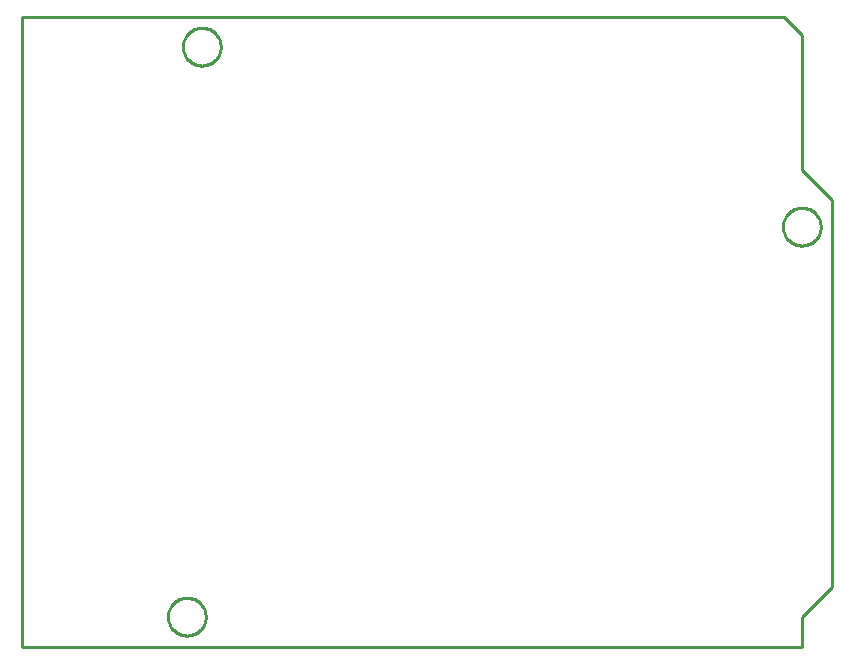
<source format=gbr>
G04 EAGLE Gerber RS-274X export*
G75*
%MOMM*%
%FSLAX34Y34*%
%LPD*%
%IN*%
%IPPOS*%
%AMOC8*
5,1,8,0,0,1.08239X$1,22.5*%
G01*
%ADD10C,0.254000*%


D10*
X0Y0D02*
X660400Y0D01*
X660400Y25400D01*
X685800Y50800D01*
X685800Y378460D01*
X660400Y403860D01*
X660400Y518160D01*
X645160Y533400D01*
X0Y533400D01*
X0Y0D01*
X168400Y507476D02*
X168332Y506431D01*
X168195Y505392D01*
X167990Y504365D01*
X167719Y503353D01*
X167383Y502361D01*
X166982Y501393D01*
X166518Y500454D01*
X165995Y499546D01*
X165413Y498675D01*
X164775Y497844D01*
X164084Y497057D01*
X163343Y496316D01*
X162556Y495625D01*
X161725Y494988D01*
X160854Y494406D01*
X159946Y493882D01*
X159007Y493418D01*
X158039Y493017D01*
X157047Y492681D01*
X156035Y492410D01*
X155008Y492205D01*
X153969Y492069D01*
X152924Y492000D01*
X151876Y492000D01*
X150831Y492069D01*
X149792Y492205D01*
X148765Y492410D01*
X147753Y492681D01*
X146761Y493017D01*
X145793Y493418D01*
X144854Y493882D01*
X143946Y494406D01*
X143075Y494988D01*
X142244Y495625D01*
X141457Y496316D01*
X140716Y497057D01*
X140025Y497844D01*
X139388Y498675D01*
X138806Y499546D01*
X138282Y500454D01*
X137818Y501393D01*
X137417Y502361D01*
X137081Y503353D01*
X136810Y504365D01*
X136605Y505392D01*
X136469Y506431D01*
X136400Y507476D01*
X136400Y508524D01*
X136469Y509569D01*
X136605Y510608D01*
X136810Y511635D01*
X137081Y512647D01*
X137417Y513639D01*
X137818Y514607D01*
X138282Y515546D01*
X138806Y516454D01*
X139388Y517325D01*
X140025Y518156D01*
X140716Y518943D01*
X141457Y519684D01*
X142244Y520375D01*
X143075Y521013D01*
X143946Y521595D01*
X144854Y522118D01*
X145793Y522582D01*
X146761Y522983D01*
X147753Y523319D01*
X148765Y523590D01*
X149792Y523795D01*
X150831Y523932D01*
X151876Y524000D01*
X152924Y524000D01*
X153969Y523932D01*
X155008Y523795D01*
X156035Y523590D01*
X157047Y523319D01*
X158039Y522983D01*
X159007Y522582D01*
X159946Y522118D01*
X160854Y521595D01*
X161725Y521013D01*
X162556Y520375D01*
X163343Y519684D01*
X164084Y518943D01*
X164775Y518156D01*
X165413Y517325D01*
X165995Y516454D01*
X166518Y515546D01*
X166982Y514607D01*
X167383Y513639D01*
X167719Y512647D01*
X167990Y511635D01*
X168195Y510608D01*
X168332Y509569D01*
X168400Y508524D01*
X168400Y507476D01*
X676400Y355076D02*
X676332Y354031D01*
X676195Y352992D01*
X675990Y351965D01*
X675719Y350953D01*
X675383Y349961D01*
X674982Y348993D01*
X674518Y348054D01*
X673995Y347146D01*
X673413Y346275D01*
X672775Y345444D01*
X672084Y344657D01*
X671343Y343916D01*
X670556Y343225D01*
X669725Y342588D01*
X668854Y342006D01*
X667946Y341482D01*
X667007Y341018D01*
X666039Y340617D01*
X665047Y340281D01*
X664035Y340010D01*
X663008Y339805D01*
X661969Y339669D01*
X660924Y339600D01*
X659876Y339600D01*
X658831Y339669D01*
X657792Y339805D01*
X656765Y340010D01*
X655753Y340281D01*
X654761Y340617D01*
X653793Y341018D01*
X652854Y341482D01*
X651946Y342006D01*
X651075Y342588D01*
X650244Y343225D01*
X649457Y343916D01*
X648716Y344657D01*
X648025Y345444D01*
X647388Y346275D01*
X646806Y347146D01*
X646282Y348054D01*
X645818Y348993D01*
X645417Y349961D01*
X645081Y350953D01*
X644810Y351965D01*
X644605Y352992D01*
X644469Y354031D01*
X644400Y355076D01*
X644400Y356124D01*
X644469Y357169D01*
X644605Y358208D01*
X644810Y359235D01*
X645081Y360247D01*
X645417Y361239D01*
X645818Y362207D01*
X646282Y363146D01*
X646806Y364054D01*
X647388Y364925D01*
X648025Y365756D01*
X648716Y366543D01*
X649457Y367284D01*
X650244Y367975D01*
X651075Y368613D01*
X651946Y369195D01*
X652854Y369718D01*
X653793Y370182D01*
X654761Y370583D01*
X655753Y370919D01*
X656765Y371190D01*
X657792Y371395D01*
X658831Y371532D01*
X659876Y371600D01*
X660924Y371600D01*
X661969Y371532D01*
X663008Y371395D01*
X664035Y371190D01*
X665047Y370919D01*
X666039Y370583D01*
X667007Y370182D01*
X667946Y369718D01*
X668854Y369195D01*
X669725Y368613D01*
X670556Y367975D01*
X671343Y367284D01*
X672084Y366543D01*
X672775Y365756D01*
X673413Y364925D01*
X673995Y364054D01*
X674518Y363146D01*
X674982Y362207D01*
X675383Y361239D01*
X675719Y360247D01*
X675990Y359235D01*
X676195Y358208D01*
X676332Y357169D01*
X676400Y356124D01*
X676400Y355076D01*
X155700Y24876D02*
X155632Y23831D01*
X155495Y22792D01*
X155290Y21765D01*
X155019Y20753D01*
X154683Y19761D01*
X154282Y18793D01*
X153818Y17854D01*
X153295Y16946D01*
X152713Y16075D01*
X152075Y15244D01*
X151384Y14457D01*
X150643Y13716D01*
X149856Y13025D01*
X149025Y12388D01*
X148154Y11806D01*
X147246Y11282D01*
X146307Y10818D01*
X145339Y10417D01*
X144347Y10081D01*
X143335Y9810D01*
X142308Y9605D01*
X141269Y9469D01*
X140224Y9400D01*
X139176Y9400D01*
X138131Y9469D01*
X137092Y9605D01*
X136065Y9810D01*
X135053Y10081D01*
X134061Y10417D01*
X133093Y10818D01*
X132154Y11282D01*
X131246Y11806D01*
X130375Y12388D01*
X129544Y13025D01*
X128757Y13716D01*
X128016Y14457D01*
X127325Y15244D01*
X126688Y16075D01*
X126106Y16946D01*
X125582Y17854D01*
X125118Y18793D01*
X124717Y19761D01*
X124381Y20753D01*
X124110Y21765D01*
X123905Y22792D01*
X123769Y23831D01*
X123700Y24876D01*
X123700Y25924D01*
X123769Y26969D01*
X123905Y28008D01*
X124110Y29035D01*
X124381Y30047D01*
X124717Y31039D01*
X125118Y32007D01*
X125582Y32946D01*
X126106Y33854D01*
X126688Y34725D01*
X127325Y35556D01*
X128016Y36343D01*
X128757Y37084D01*
X129544Y37775D01*
X130375Y38413D01*
X131246Y38995D01*
X132154Y39518D01*
X133093Y39982D01*
X134061Y40383D01*
X135053Y40719D01*
X136065Y40990D01*
X137092Y41195D01*
X138131Y41332D01*
X139176Y41400D01*
X140224Y41400D01*
X141269Y41332D01*
X142308Y41195D01*
X143335Y40990D01*
X144347Y40719D01*
X145339Y40383D01*
X146307Y39982D01*
X147246Y39518D01*
X148154Y38995D01*
X149025Y38413D01*
X149856Y37775D01*
X150643Y37084D01*
X151384Y36343D01*
X152075Y35556D01*
X152713Y34725D01*
X153295Y33854D01*
X153818Y32946D01*
X154282Y32007D01*
X154683Y31039D01*
X155019Y30047D01*
X155290Y29035D01*
X155495Y28008D01*
X155632Y26969D01*
X155700Y25924D01*
X155700Y24876D01*
M02*

</source>
